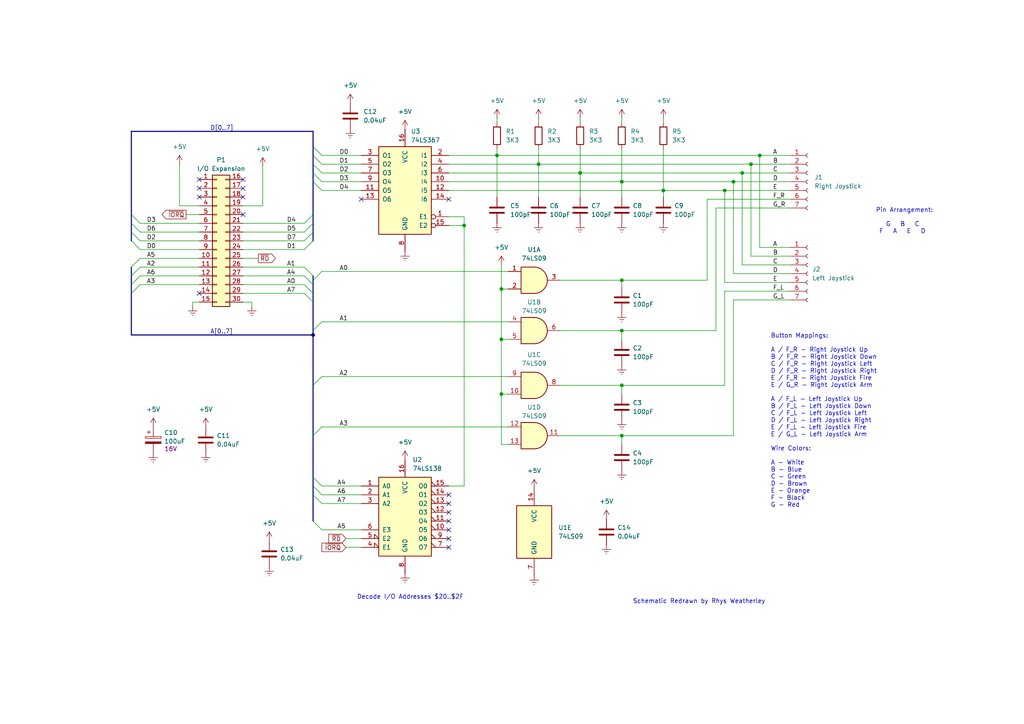
<source format=kicad_sch>
(kicad_sch (version 20230121) (generator eeschema)
  (paper "A4")
  (title_block (title "VZ200/VZ300 Joystick Interface") (date "2024-01-23") (rev "1"))
  (lib_symbols
    (symbol "74xx:74LS08" (pin_names (offset 1.016))
      (property "Reference" "U" (at 0 1.27 0))
      (property "Value" "74LS08" (at 0 -1.27 0))
      (symbol "74LS08_1_1"
        (arc (start 0 -3.81) (mid 3.7934 0) (end 0 3.81) (stroke (width 0.254)) (fill (type background)))
        (polyline (pts (xy 0 3.81) (xy -3.81 3.81) (xy -3.81 -3.81) (xy 0 -3.81)) (stroke (width 0.254)) (fill (type background)))
        (pin input line (at -7.62 2.54 0) (length 3.81) (name "~") (number "1"))
        (pin input line (at -7.62 -2.54 0) (length 3.81) (name "~") (number "2"))
        (pin output line (at 7.62 0 180) (length 3.81) (name "~") (number "3"))
      )
      (symbol "74LS08_1_2"
        (arc (start -3.81 -3.81) (mid -2.589 0) (end -3.81 3.81) (stroke (width 0.254)))
        (arc (start -0.6096 -3.81) (mid 2.1842 -2.5851) (end 3.81 0) (stroke (width 0.254)) (fill (type background)))
        (polyline (pts (xy -3.81 -3.81) (xy -0.635 -3.81)) (stroke (width 0.254)) (fill (type background)))
        (polyline (pts (xy -3.81 3.81) (xy -0.635 3.81)) (stroke (width 0.254)) (fill (type background)))
        (polyline (pts (xy -0.635 3.81) (xy -3.81 3.81) (xy -3.81 3.81) (xy -3.556 3.4036) (xy -3.0226 2.2606) (xy -2.6924 1.0414) (xy -2.6162 -0.254) (xy -2.7686 -1.4986) (xy -3.175 -2.7178) (xy -3.81 -3.81) (xy -3.81 -3.81) (xy -0.635 -3.81)) (stroke (width -25.4)) (fill (type background)))
        (arc (start 3.81 0) (mid 2.1915 2.5936) (end -0.6096 3.81) (stroke (width 0.254)) (fill (type background)))
        (pin input inverted (at -7.62 2.54 0) (length 4.318) (name "~") (number "1"))
        (pin input inverted (at -7.62 -2.54 0) (length 4.318) (name "~") (number "2"))
        (pin output inverted (at 7.62 0 180) (length 3.81) (name "~") (number "3"))
      )
      (symbol "74LS08_2_1"
        (arc (start 0 -3.81) (mid 3.7934 0) (end 0 3.81) (stroke (width 0.254)) (fill (type background)))
        (polyline (pts (xy 0 3.81) (xy -3.81 3.81) (xy -3.81 -3.81) (xy 0 -3.81)) (stroke (width 0.254)) (fill (type background)))
        (pin input line (at -7.62 2.54 0) (length 3.81) (name "~") (number "4"))
        (pin input line (at -7.62 -2.54 0) (length 3.81) (name "~") (number "5"))
        (pin output line (at 7.62 0 180) (length 3.81) (name "~") (number "6"))
      )
      (symbol "74LS08_2_2"
        (arc (start -3.81 -3.81) (mid -2.589 0) (end -3.81 3.81) (stroke (width 0.254)))
        (arc (start -0.6096 -3.81) (mid 2.1842 -2.5851) (end 3.81 0) (stroke (width 0.254)) (fill (type background)))
        (polyline (pts (xy -3.81 -3.81) (xy -0.635 -3.81)) (stroke (width 0.254)) (fill (type background)))
        (polyline (pts (xy -3.81 3.81) (xy -0.635 3.81)) (stroke (width 0.254)) (fill (type background)))
        (polyline (pts (xy -0.635 3.81) (xy -3.81 3.81) (xy -3.81 3.81) (xy -3.556 3.4036) (xy -3.0226 2.2606) (xy -2.6924 1.0414) (xy -2.6162 -0.254) (xy -2.7686 -1.4986) (xy -3.175 -2.7178) (xy -3.81 -3.81) (xy -3.81 -3.81) (xy -0.635 -3.81)) (stroke (width -25.4)) (fill (type background)))
        (arc (start 3.81 0) (mid 2.1915 2.5936) (end -0.6096 3.81) (stroke (width 0.254)) (fill (type background)))
        (pin input inverted (at -7.62 2.54 0) (length 4.318) (name "~") (number "4"))
        (pin input inverted (at -7.62 -2.54 0) (length 4.318) (name "~") (number "5"))
        (pin output inverted (at 7.62 0 180) (length 3.81) (name "~") (number "6"))
      )
      (symbol "74LS08_3_1"
        (arc (start 0 -3.81) (mid 3.7934 0) (end 0 3.81) (stroke (width 0.254)) (fill (type background)))
        (polyline (pts (xy 0 3.81) (xy -3.81 3.81) (xy -3.81 -3.81) (xy 0 -3.81)) (stroke (width 0.254)) (fill (type background)))
        (pin input line (at -7.62 -2.54 0) (length 3.81) (name "~") (number "10"))
        (pin output line (at 7.62 0 180) (length 3.81) (name "~") (number "8"))
        (pin input line (at -7.62 2.54 0) (length 3.81) (name "~") (number "9"))
      )
      (symbol "74LS08_3_2"
        (arc (start -3.81 -3.81) (mid -2.589 0) (end -3.81 3.81) (stroke (width 0.254)))
        (arc (start -0.6096 -3.81) (mid 2.1842 -2.5851) (end 3.81 0) (stroke (width 0.254)) (fill (type background)))
        (polyline (pts (xy -3.81 -3.81) (xy -0.635 -3.81)) (stroke (width 0.254)) (fill (type background)))
        (polyline (pts (xy -3.81 3.81) (xy -0.635 3.81)) (stroke (width 0.254)) (fill (type background)))
        (polyline (pts (xy -0.635 3.81) (xy -3.81 3.81) (xy -3.81 3.81) (xy -3.556 3.4036) (xy -3.0226 2.2606) (xy -2.6924 1.0414) (xy -2.6162 -0.254) (xy -2.7686 -1.4986) (xy -3.175 -2.7178) (xy -3.81 -3.81) (xy -3.81 -3.81) (xy -0.635 -3.81)) (stroke (width -25.4)) (fill (type background)))
        (arc (start 3.81 0) (mid 2.1915 2.5936) (end -0.6096 3.81) (stroke (width 0.254)) (fill (type background)))
        (pin input inverted (at -7.62 -2.54 0) (length 4.318) (name "~") (number "10"))
        (pin output inverted (at 7.62 0 180) (length 3.81) (name "~") (number "8"))
        (pin input inverted (at -7.62 2.54 0) (length 4.318) (name "~") (number "9"))
      )
      (symbol "74LS08_4_1"
        (arc (start 0 -3.81) (mid 3.7934 0) (end 0 3.81) (stroke (width 0.254)) (fill (type background)))
        (polyline (pts (xy 0 3.81) (xy -3.81 3.81) (xy -3.81 -3.81) (xy 0 -3.81)) (stroke (width 0.254)) (fill (type background)))
        (pin output line (at 7.62 0 180) (length 3.81) (name "~") (number "11"))
        (pin input line (at -7.62 2.54 0) (length 3.81) (name "~") (number "12"))
        (pin input line (at -7.62 -2.54 0) (length 3.81) (name "~") (number "13"))
      )
      (symbol "74LS08_4_2"
        (arc (start -3.81 -3.81) (mid -2.589 0) (end -3.81 3.81) (stroke (width 0.254)))
        (arc (start -0.6096 -3.81) (mid 2.1842 -2.5851) (end 3.81 0) (stroke (width 0.254)) (fill (type background)))
        (polyline (pts (xy -3.81 -3.81) (xy -0.635 -3.81)) (stroke (width 0.254)) (fill (type background)))
        (polyline (pts (xy -3.81 3.81) (xy -0.635 3.81)) (stroke (width 0.254)) (fill (type background)))
        (polyline (pts (xy -0.635 3.81) (xy -3.81 3.81) (xy -3.81 3.81) (xy -3.556 3.4036) (xy -3.0226 2.2606) (xy -2.6924 1.0414) (xy -2.6162 -0.254) (xy -2.7686 -1.4986) (xy -3.175 -2.7178) (xy -3.81 -3.81) (xy -3.81 -3.81) (xy -0.635 -3.81)) (stroke (width -25.4)) (fill (type background)))
        (arc (start 3.81 0) (mid 2.1915 2.5936) (end -0.6096 3.81) (stroke (width 0.254)) (fill (type background)))
        (pin output inverted (at 7.62 0 180) (length 3.81) (name "~") (number "11"))
        (pin input inverted (at -7.62 2.54 0) (length 4.318) (name "~") (number "12"))
        (pin input inverted (at -7.62 -2.54 0) (length 4.318) (name "~") (number "13"))
      )
      (symbol "74LS08_5_0"
        (pin power_in line (at 0 12.7 270) (length 5.08) (name "VCC") (number "14"))
        (pin power_in line (at 0 -12.7 90) (length 5.08) (name "GND") (number "7"))
      )
      (symbol "74LS08_5_1"
        (rectangle (start -5.08 7.62) (end 5.08 -7.62) (stroke (width 0.254)) (fill (type background)))
      )
    )
    (symbol "74xx:74LS138" (pin_names (offset 1.016))
      (property "Reference" "U" (at -7.62 11.43 0))
      (property "Value" "74LS138" (at -7.62 -13.97 0))
      (symbol "74LS138_1_0"
        (pin input line (at -12.7 7.62 0) (length 5.08) (name "A0") (number "1"))
        (pin output output_low (at 12.7 -5.08 180) (length 5.08) (name "O5") (number "10"))
        (pin output output_low (at 12.7 -2.54 180) (length 5.08) (name "O4") (number "11"))
        (pin output output_low (at 12.7 0 180) (length 5.08) (name "O3") (number "12"))
        (pin output output_low (at 12.7 2.54 180) (length 5.08) (name "O2") (number "13"))
        (pin output output_low (at 12.7 5.08 180) (length 5.08) (name "O1") (number "14"))
        (pin output output_low (at 12.7 7.62 180) (length 5.08) (name "O0") (number "15"))
        (pin power_in line (at 0 15.24 270) (length 5.08) (name "VCC") (number "16"))
        (pin input line (at -12.7 5.08 0) (length 5.08) (name "A1") (number "2"))
        (pin input line (at -12.7 2.54 0) (length 5.08) (name "A2") (number "3"))
        (pin input input_low (at -12.7 -10.16 0) (length 5.08) (name "E1") (number "4"))
        (pin input input_low (at -12.7 -7.62 0) (length 5.08) (name "E2") (number "5"))
        (pin input line (at -12.7 -5.08 0) (length 5.08) (name "E3") (number "6"))
        (pin output output_low (at 12.7 -10.16 180) (length 5.08) (name "O7") (number "7"))
        (pin power_in line (at 0 -17.78 90) (length 5.08) (name "GND") (number "8"))
        (pin output output_low (at 12.7 -7.62 180) (length 5.08) (name "O6") (number "9"))
      )
      (symbol "74LS138_1_1"
        (rectangle (start -7.62 10.16) (end 7.62 -12.7) (stroke (width 0.254)) (fill (type background)))
      )
    )
    (symbol "74xx:74LS365" (pin_names (offset 1.016))
      (property "Reference" "U" (at -7.62 13.97 0))
      (property "Value" "74LS365" (at -7.62 -13.97 0))
      (symbol "74LS365_1_0"
        (pin input inverted (at -12.7 -7.62 0) (length 5.08) (name "E1") (number "1"))
        (pin input line (at -12.7 2.54 0) (length 5.08) (name "I4") (number "10"))
        (pin tri_state line (at 12.7 0 180) (length 5.08) (name "O5") (number "11"))
        (pin input line (at -12.7 0 0) (length 5.08) (name "I5") (number "12"))
        (pin tri_state line (at 12.7 -2.54 180) (length 5.08) (name "O6") (number "13"))
        (pin input line (at -12.7 -2.54 0) (length 5.08) (name "I6") (number "14"))
        (pin input inverted (at -12.7 -10.16 0) (length 5.08) (name "E2") (number "15"))
        (pin power_in line (at 0 17.78 270) (length 5.08) (name "VCC") (number "16"))
        (pin input line (at -12.7 10.16 0) (length 5.08) (name "I1") (number "2"))
        (pin tri_state line (at 12.7 10.16 180) (length 5.08) (name "O1") (number "3"))
        (pin input line (at -12.7 7.62 0) (length 5.08) (name "I2") (number "4"))
        (pin tri_state line (at 12.7 7.62 180) (length 5.08) (name "O2") (number "5"))
        (pin input line (at -12.7 5.08 0) (length 5.08) (name "I3") (number "6"))
        (pin tri_state line (at 12.7 5.08 180) (length 5.08) (name "O3") (number "7"))
        (pin power_in line (at 0 -17.78 90) (length 5.08) (name "GND") (number "8"))
        (pin tri_state line (at 12.7 2.54 180) (length 5.08) (name "O4") (number "9"))
      )
      (symbol "74LS365_1_1"
        (rectangle (start -7.62 12.7) (end 7.62 -12.7) (stroke (width 0.254)) (fill (type background)))
      )
    )
    (symbol "Connector:Conn_01x07_Socket" (pin_names (offset 1.016) hide)
      (property "Reference" "J" (at 0 10.16 0))
      (property "Value" "Conn_01x07_Socket" (at 0 -10.16 0))
      (symbol "Conn_01x07_Socket_1_1"
        (arc (start 0 -7.112) (mid -0.5058 -7.62) (end 0 -8.128) (stroke (width 0.1524)))
        (arc (start 0 -4.572) (mid -0.5058 -5.08) (end 0 -5.588) (stroke (width 0.1524)))
        (arc (start 0 -2.032) (mid -0.5058 -2.54) (end 0 -3.048) (stroke (width 0.1524)))
        (polyline (pts (xy -1.27 -7.62) (xy -0.508 -7.62)) (stroke (width 0.1524)))
        (polyline (pts (xy -1.27 -5.08) (xy -0.508 -5.08)) (stroke (width 0.1524)))
        (polyline (pts (xy -1.27 -2.54) (xy -0.508 -2.54)) (stroke (width 0.1524)))
        (polyline (pts (xy -1.27 0) (xy -0.508 0)) (stroke (width 0.1524)))
        (polyline (pts (xy -1.27 2.54) (xy -0.508 2.54)) (stroke (width 0.1524)))
        (polyline (pts (xy -1.27 5.08) (xy -0.508 5.08)) (stroke (width 0.1524)))
        (polyline (pts (xy -1.27 7.62) (xy -0.508 7.62)) (stroke (width 0.1524)))
        (arc (start 0 0.508) (mid -0.5058 0) (end 0 -0.508) (stroke (width 0.1524)))
        (arc (start 0 3.048) (mid -0.5058 2.54) (end 0 2.032) (stroke (width 0.1524)))
        (arc (start 0 5.588) (mid -0.5058 5.08) (end 0 4.572) (stroke (width 0.1524)))
        (arc (start 0 8.128) (mid -0.5058 7.62) (end 0 7.112) (stroke (width 0.1524)))
        (pin passive line (at -5.08 7.62 0) (length 3.81) (name "Pin_1") (number "1"))
        (pin passive line (at -5.08 5.08 0) (length 3.81) (name "Pin_2") (number "2"))
        (pin passive line (at -5.08 2.54 0) (length 3.81) (name "Pin_3") (number "3"))
        (pin passive line (at -5.08 0 0) (length 3.81) (name "Pin_4") (number "4"))
        (pin passive line (at -5.08 -2.54 0) (length 3.81) (name "Pin_5") (number "5"))
        (pin passive line (at -5.08 -5.08 0) (length 3.81) (name "Pin_6") (number "6"))
        (pin passive line (at -5.08 -7.62 0) (length 3.81) (name "Pin_7") (number "7"))
      )
    )
    (symbol "Connector_Generic:Conn_02x15_Top_Bottom" (pin_names (offset 1.016) hide)
      (property "Reference" "J" (at 1.27 20.32 0))
      (property "Value" "Conn_02x15_Top_Bottom" (at 1.27 -20.32 0))
      (symbol "Conn_02x15_Top_Bottom_1_1"
        (rectangle (start -1.27 -17.653) (end 0 -17.907) (stroke (width 0.1524)))
        (rectangle (start -1.27 -15.113) (end 0 -15.367) (stroke (width 0.1524)))
        (rectangle (start -1.27 -12.573) (end 0 -12.827) (stroke (width 0.1524)))
        (rectangle (start -1.27 -10.033) (end 0 -10.287) (stroke (width 0.1524)))
        (rectangle (start -1.27 -7.493) (end 0 -7.747) (stroke (width 0.1524)))
        (rectangle (start -1.27 -4.953) (end 0 -5.207) (stroke (width 0.1524)))
        (rectangle (start -1.27 -2.413) (end 0 -2.667) (stroke (width 0.1524)))
        (rectangle (start -1.27 0.127) (end 0 -0.127) (stroke (width 0.1524)))
        (rectangle (start -1.27 2.667) (end 0 2.413) (stroke (width 0.1524)))
        (rectangle (start -1.27 5.207) (end 0 4.953) (stroke (width 0.1524)))
        (rectangle (start -1.27 7.747) (end 0 7.493) (stroke (width 0.1524)))
        (rectangle (start -1.27 10.287) (end 0 10.033) (stroke (width 0.1524)))
        (rectangle (start -1.27 12.827) (end 0 12.573) (stroke (width 0.1524)))
        (rectangle (start -1.27 15.367) (end 0 15.113) (stroke (width 0.1524)))
        (rectangle (start -1.27 17.907) (end 0 17.653) (stroke (width 0.1524)))
        (rectangle (start -1.27 19.05) (end 3.81 -19.05) (stroke (width 0.254)) (fill (type background)))
        (rectangle (start 3.81 -17.653) (end 2.54 -17.907) (stroke (width 0.1524)))
        (rectangle (start 3.81 -15.113) (end 2.54 -15.367) (stroke (width 0.1524)))
        (rectangle (start 3.81 -12.573) (end 2.54 -12.827) (stroke (width 0.1524)))
        (rectangle (start 3.81 -10.033) (end 2.54 -10.287) (stroke (width 0.1524)))
        (rectangle (start 3.81 -7.493) (end 2.54 -7.747) (stroke (width 0.1524)))
        (rectangle (start 3.81 -4.953) (end 2.54 -5.207) (stroke (width 0.1524)))
        (rectangle (start 3.81 -2.413) (end 2.54 -2.667) (stroke (width 0.1524)))
        (rectangle (start 3.81 0.127) (end 2.54 -0.127) (stroke (width 0.1524)))
        (rectangle (start 3.81 2.667) (end 2.54 2.413) (stroke (width 0.1524)))
        (rectangle (start 3.81 5.207) (end 2.54 4.953) (stroke (width 0.1524)))
        (rectangle (start 3.81 7.747) (end 2.54 7.493) (stroke (width 0.1524)))
        (rectangle (start 3.81 10.287) (end 2.54 10.033) (stroke (width 0.1524)))
        (rectangle (start 3.81 12.827) (end 2.54 12.573) (stroke (width 0.1524)))
        (rectangle (start 3.81 15.367) (end 2.54 15.113) (stroke (width 0.1524)))
        (rectangle (start 3.81 17.907) (end 2.54 17.653) (stroke (width 0.1524)))
        (pin passive line (at -5.08 17.78 0) (length 3.81) (name "Pin_1") (number "1"))
        (pin passive line (at -5.08 -5.08 0) (length 3.81) (name "Pin_10") (number "10"))
        (pin passive line (at -5.08 -7.62 0) (length 3.81) (name "Pin_11") (number "11"))
        (pin passive line (at -5.08 -10.16 0) (length 3.81) (name "Pin_12") (number "12"))
        (pin passive line (at -5.08 -12.7 0) (length 3.81) (name "Pin_13") (number "13"))
        (pin passive line (at -5.08 -15.24 0) (length 3.81) (name "Pin_14") (number "14"))
        (pin passive line (at -5.08 -17.78 0) (length 3.81) (name "Pin_15") (number "15"))
        (pin passive line (at 7.62 17.78 180) (length 3.81) (name "Pin_16") (number "16"))
        (pin passive line (at 7.62 15.24 180) (length 3.81) (name "Pin_17") (number "17"))
        (pin passive line (at 7.62 12.7 180) (length 3.81) (name "Pin_18") (number "18"))
        (pin passive line (at 7.62 10.16 180) (length 3.81) (name "Pin_19") (number "19"))
        (pin passive line (at -5.08 15.24 0) (length 3.81) (name "Pin_2") (number "2"))
        (pin passive line (at 7.62 7.62 180) (length 3.81) (name "Pin_20") (number "20"))
        (pin passive line (at 7.62 5.08 180) (length 3.81) (name "Pin_21") (number "21"))
        (pin passive line (at 7.62 2.54 180) (length 3.81) (name "Pin_22") (number "22"))
        (pin passive line (at 7.62 0 180) (length 3.81) (name "Pin_23") (number "23"))
        (pin passive line (at 7.62 -2.54 180) (length 3.81) (name "Pin_24") (number "24"))
        (pin passive line (at 7.62 -5.08 180) (length 3.81) (name "Pin_25") (number "25"))
        (pin passive line (at 7.62 -7.62 180) (length 3.81) (name "Pin_26") (number "26"))
        (pin passive line (at 7.62 -10.16 180) (length 3.81) (name "Pin_27") (number "27"))
        (pin passive line (at 7.62 -12.7 180) (length 3.81) (name "Pin_28") (number "28"))
        (pin passive line (at 7.62 -15.24 180) (length 3.81) (name "Pin_29") (number "29"))
        (pin passive line (at -5.08 12.7 0) (length 3.81) (name "Pin_3") (number "3"))
        (pin passive line (at 7.62 -17.78 180) (length 3.81) (name "Pin_30") (number "30"))
        (pin passive line (at -5.08 10.16 0) (length 3.81) (name "Pin_4") (number "4"))
        (pin passive line (at -5.08 7.62 0) (length 3.81) (name "Pin_5") (number "5"))
        (pin passive line (at -5.08 5.08 0) (length 3.81) (name "Pin_6") (number "6"))
        (pin passive line (at -5.08 2.54 0) (length 3.81) (name "Pin_7") (number "7"))
        (pin passive line (at -5.08 0 0) (length 3.81) (name "Pin_8") (number "8"))
        (pin passive line (at -5.08 -2.54 0) (length 3.81) (name "Pin_9") (number "9"))
      )
    )
    (symbol "Device:C" (pin_numbers hide) (pin_names (offset 0.254))
      (property "Reference" "C" (at 0.635 2.54 0))
      (property "Value" "C" (at 0.635 -2.54 0))
      (symbol "C_0_1"
        (polyline (pts (xy -2.032 -0.762) (xy 2.032 -0.762)) (stroke (width 0.508)))
        (polyline (pts (xy -2.032 0.762) (xy 2.032 0.762)) (stroke (width 0.508)))
      )
      (symbol "C_1_1"
        (pin passive line (at 0 3.81 270) (length 2.794) (name "~") (number "1"))
        (pin passive line (at 0 -3.81 90) (length 2.794) (name "~") (number "2"))
      )
    )
    (symbol "Device:C_Polarized" (pin_numbers hide) (pin_names (offset 0.254))
      (property "Reference" "C" (at 0.635 2.54 0))
      (property "Value" "C_Polarized" (at 0.635 -2.54 0))
      (symbol "C_Polarized_0_1"
        (rectangle (start -2.286 0.508) (end 2.286 1.016))
        (polyline (pts (xy -1.778 2.286) (xy -0.762 2.286)))
        (polyline (pts (xy -1.27 2.794) (xy -1.27 1.778)))
        (rectangle (start 2.286 -0.508) (end -2.286 -1.016) (fill (type outline)))
      )
      (symbol "C_Polarized_1_1"
        (pin passive line (at 0 3.81 270) (length 2.794) (name "~") (number "1"))
        (pin passive line (at 0 -3.81 90) (length 2.794) (name "~") (number "2"))
      )
    )
    (symbol "Device:R" (pin_numbers hide) (pin_names (offset 0))
      (property "Reference" "R" (at 2.032 0 90))
      (property "Value" "R" (at 0 0 90))
      (symbol "R_0_1"
        (rectangle (start -1.016 -2.54) (end 1.016 2.54) (stroke (width 0.254)))
      )
      (symbol "R_1_1"
        (pin passive line (at 0 3.81 270) (length 1.27) (name "~") (number "1"))
        (pin passive line (at 0 -3.81 90) (length 1.27) (name "~") (number "2"))
      )
    )
    (symbol "power:+5V" (power) (pin_names (offset 0))
      (property "Value" "+5V" (at 0 3.556 0))
      (symbol "+5V_0_1"
        (polyline (pts (xy -0.762 1.27) (xy 0 2.54)))
        (polyline (pts (xy 0 0) (xy 0 2.54)))
        (polyline (pts (xy 0 2.54) (xy 0.762 1.27)))
      )
      (symbol "+5V_1_1"
        (pin power_in line (at 0 0 90) (length 0) hide (name "+5V") (number "1"))
      )
    )
    (symbol "power:Earth" (power) (pin_names (offset 0))
      (symbol "Earth_0_1"
        (polyline (pts (xy -0.635 -1.905) (xy 0.635 -1.905)))
        (polyline (pts (xy -0.127 -2.54) (xy 0.127 -2.54)))
        (polyline (pts (xy 0 -1.27) (xy 0 0)))
        (polyline (pts (xy 1.27 -1.27) (xy -1.27 -1.27)))
      )
      (symbol "Earth_1_1"
        (pin power_in line (at 0 0 270) (length 0) hide (name "Earth") (number "1"))
      )
    )
  )
  (junction (at 217.805 47.625))
  (junction (at 180.34 81.28))
  (junction (at 145.415 83.82))
  (junction (at 180.34 111.76))
  (junction (at 212.725 52.705))
  (junction (at 90.805 97.155))
  (junction (at 144.145 45.085))
  (junction (at 168.275 50.165))
  (junction (at 145.415 114.3))
  (junction (at 210.185 55.245))
  (junction (at 220.345 45.085))
  (junction (at 215.265 50.165))
  (junction (at 145.415 98.425))
  (junction (at 192.405 55.245))
  (junction (at 180.34 95.885))
  (junction (at 180.34 52.705))
  (junction (at 180.34 126.365))
  (junction (at 156.21 47.625))
  (junction (at 134.62 65.405))
  (no_connect (at 130.175 156.21))
  (no_connect (at 130.175 158.75))
  (no_connect (at 70.485 52.07))
  (no_connect (at 130.175 153.67))
  (no_connect (at 70.485 62.23))
  (no_connect (at 57.785 52.07))
  (no_connect (at 130.175 57.785))
  (no_connect (at 130.175 143.51))
  (no_connect (at 130.175 148.59))
  (no_connect (at 57.785 85.09))
  (no_connect (at 57.785 54.61))
  (no_connect (at 70.485 54.61))
  (no_connect (at 130.175 151.13))
  (no_connect (at 130.175 146.05))
  (no_connect (at 57.785 57.15))
  (no_connect (at 104.775 57.785))
  (no_connect (at 70.485 57.15))
  (bus_entry (at 90.805 67.31) (size -2.54 2.54))
  (bus_entry (at 90.805 50.165) (size 2.54 2.54))
  (bus_entry (at 38.1 77.47) (size 2.54 -2.54))
  (bus_entry (at 90.805 80.01) (size -2.54 -2.54))
  (bus_entry (at 90.805 143.51) (size 2.54 2.54))
  (bus_entry (at 90.805 138.43) (size 2.54 2.54))
  (bus_entry (at 90.805 81.28) (size 2.54 -2.54))
  (bus_entry (at 90.805 85.09) (size -2.54 -2.54))
  (bus_entry (at 93.345 109.22) (size -2.54 2.54))
  (bus_entry (at 90.805 69.85) (size -2.54 2.54))
  (bus_entry (at 38.1 69.85) (size 2.54 2.54))
  (bus_entry (at 90.805 126.365) (size 2.54 -2.54))
  (bus_entry (at 90.805 64.77) (size -2.54 2.54))
  (bus_entry (at 90.805 47.625) (size 2.54 2.54))
  (bus_entry (at 90.805 42.545) (size 2.54 2.54))
  (bus_entry (at 90.805 95.885) (size 2.54 -2.54))
  (bus_entry (at 90.805 45.085) (size 2.54 2.54))
  (bus_entry (at 38.1 80.01) (size 2.54 -2.54))
  (bus_entry (at 90.805 140.97) (size 2.54 2.54))
  (bus_entry (at 90.805 62.23) (size -2.54 2.54))
  (bus_entry (at 38.1 67.31) (size 2.54 2.54))
  (bus_entry (at 38.1 64.77) (size 2.54 2.54))
  (bus_entry (at 38.1 85.09) (size 2.54 -2.54))
  (bus_entry (at 38.1 82.55) (size 2.54 -2.54))
  (bus_entry (at 90.805 52.705) (size 2.54 2.54))
  (bus_entry (at 90.805 82.55) (size -2.54 -2.54))
  (bus_entry (at 90.805 151.13) (size 2.54 2.54))
  (bus_entry (at 90.805 87.63) (size -2.54 -2.54))
  (bus_entry (at 38.1 62.23) (size 2.54 2.54))
  (wire (pts (xy 180.34 81.28) (xy 205.105 81.28)))
  (wire (pts (xy 220.345 45.085) (xy 229.235 45.085)))
  (wire (pts (xy 145.415 114.3) (xy 147.32 114.3)))
  (wire (pts (xy 162.56 126.365) (xy 180.34 126.365)))
  (wire (pts (xy 180.34 52.705) (xy 212.725 52.705)))
  (bus (pts (xy 38.1 38.1) (xy 90.805 38.1)))
  (wire (pts (xy 70.485 87.63) (xy 73.025 87.63)))
  (wire (pts (xy 180.34 43.18) (xy 180.34 52.705)))
  (wire (pts (xy 40.64 82.55) (xy 57.785 82.55)))
  (wire (pts (xy 168.275 50.165) (xy 168.275 57.15)))
  (wire (pts (xy 93.345 143.51) (xy 104.775 143.51)))
  (wire (pts (xy 212.725 79.375) (xy 212.725 52.705)))
  (wire (pts (xy 215.265 50.165) (xy 229.235 50.165)))
  (wire (pts (xy 134.62 65.405) (xy 134.62 140.97)))
  (wire (pts (xy 57.785 87.63) (xy 55.88 87.63)))
  (wire (pts (xy 180.34 111.76) (xy 180.34 114.3)))
  (bus (pts (xy 90.805 81.28) (xy 90.805 80.01)))
  (wire (pts (xy 168.275 34.29) (xy 168.275 35.56)))
  (bus (pts (xy 90.805 38.1) (xy 90.805 42.545)))
  (wire (pts (xy 156.21 34.29) (xy 156.21 35.56)))
  (bus (pts (xy 90.805 52.705) (xy 90.805 62.23)))
  (wire (pts (xy 210.185 111.76) (xy 210.185 84.455)))
  (wire (pts (xy 144.145 45.085) (xy 220.345 45.085)))
  (wire (pts (xy 52.07 59.69) (xy 52.07 47.625)))
  (bus (pts (xy 90.805 50.165) (xy 90.805 52.705)))
  (wire (pts (xy 145.415 98.425) (xy 145.415 83.82)))
  (bus (pts (xy 90.805 111.76) (xy 90.805 126.365)))
  (wire (pts (xy 145.415 83.82) (xy 147.32 83.82)))
  (wire (pts (xy 210.185 84.455) (xy 229.235 84.455)))
  (bus (pts (xy 38.1 82.55) (xy 38.1 85.09)))
  (wire (pts (xy 207.645 95.885) (xy 207.645 60.325)))
  (bus (pts (xy 90.805 140.97) (xy 90.805 143.51)))
  (bus (pts (xy 90.805 42.545) (xy 90.805 45.085)))
  (wire (pts (xy 130.175 52.705) (xy 180.34 52.705)))
  (wire (pts (xy 180.34 83.185) (xy 180.34 81.28)))
  (wire (pts (xy 40.64 64.77) (xy 57.785 64.77)))
  (wire (pts (xy 53.975 62.23) (xy 57.785 62.23)))
  (wire (pts (xy 93.345 153.67) (xy 104.775 153.67)))
  (wire (pts (xy 144.145 35.56) (xy 144.145 34.29)))
  (wire (pts (xy 40.64 67.31) (xy 57.785 67.31)))
  (wire (pts (xy 70.485 85.09) (xy 88.265 85.09)))
  (bus (pts (xy 90.805 97.155) (xy 90.805 111.76)))
  (wire (pts (xy 70.485 74.93) (xy 74.93 74.93)))
  (bus (pts (xy 90.805 143.51) (xy 90.805 151.13)))
  (wire (pts (xy 212.725 86.995) (xy 229.235 86.995)))
  (wire (pts (xy 144.145 43.18) (xy 144.145 45.085)))
  (wire (pts (xy 180.34 95.885) (xy 180.34 98.425)))
  (wire (pts (xy 220.345 71.755) (xy 220.345 45.085)))
  (wire (pts (xy 229.235 71.755) (xy 220.345 71.755)))
  (bus (pts (xy 90.805 67.31) (xy 90.805 69.85)))
  (wire (pts (xy 40.64 74.93) (xy 57.785 74.93)))
  (wire (pts (xy 93.345 93.345) (xy 147.32 93.345)))
  (wire (pts (xy 192.405 55.245) (xy 192.405 57.15)))
  (wire (pts (xy 70.485 67.31) (xy 88.265 67.31)))
  (wire (pts (xy 205.105 57.785) (xy 229.235 57.785)))
  (wire (pts (xy 70.485 80.01) (xy 88.265 80.01)))
  (wire (pts (xy 93.345 123.825) (xy 147.32 123.825)))
  (wire (pts (xy 156.21 43.18) (xy 156.21 47.625)))
  (wire (pts (xy 145.415 128.905) (xy 145.415 114.3)))
  (wire (pts (xy 40.64 77.47) (xy 57.785 77.47)))
  (wire (pts (xy 168.275 43.18) (xy 168.275 50.165)))
  (wire (pts (xy 130.175 47.625) (xy 156.21 47.625)))
  (wire (pts (xy 134.62 62.865) (xy 130.175 62.865)))
  (wire (pts (xy 100.33 158.75) (xy 104.775 158.75)))
  (wire (pts (xy 215.265 76.835) (xy 215.265 50.165)))
  (wire (pts (xy 180.34 126.365) (xy 180.34 128.905)))
  (wire (pts (xy 207.645 60.325) (xy 229.235 60.325)))
  (wire (pts (xy 40.64 80.01) (xy 57.785 80.01)))
  (wire (pts (xy 229.235 74.295) (xy 217.805 74.295)))
  (wire (pts (xy 205.105 81.28) (xy 205.105 57.785)))
  (wire (pts (xy 134.62 65.405) (xy 134.62 62.865)))
  (wire (pts (xy 93.345 50.165) (xy 104.775 50.165)))
  (bus (pts (xy 90.805 82.55) (xy 90.805 81.28)))
  (wire (pts (xy 212.725 126.365) (xy 212.725 86.995)))
  (bus (pts (xy 38.1 77.47) (xy 38.1 80.01)))
  (wire (pts (xy 212.725 52.705) (xy 229.235 52.705)))
  (wire (pts (xy 70.485 77.47) (xy 88.265 77.47)))
  (wire (pts (xy 73.025 87.63) (xy 73.025 88.9)))
  (wire (pts (xy 217.805 47.625) (xy 229.235 47.625)))
  (bus (pts (xy 90.805 138.43) (xy 90.805 140.97)))
  (wire (pts (xy 192.405 55.245) (xy 210.185 55.245)))
  (wire (pts (xy 168.275 50.165) (xy 215.265 50.165)))
  (bus (pts (xy 38.1 69.85) (xy 38.1 67.31)))
  (wire (pts (xy 93.345 45.085) (xy 104.775 45.085)))
  (wire (pts (xy 130.175 140.97) (xy 134.62 140.97)))
  (wire (pts (xy 180.34 52.705) (xy 180.34 57.15)))
  (wire (pts (xy 76.2 59.69) (xy 76.2 48.26)))
  (bus (pts (xy 90.805 45.085) (xy 90.805 47.625)))
  (wire (pts (xy 57.785 59.69) (xy 52.07 59.69)))
  (wire (pts (xy 93.345 47.625) (xy 104.775 47.625)))
  (bus (pts (xy 90.805 47.625) (xy 90.805 50.165)))
  (bus (pts (xy 38.1 67.31) (xy 38.1 64.77)))
  (bus (pts (xy 90.805 126.365) (xy 90.805 138.43)))
  (wire (pts (xy 145.415 83.82) (xy 145.415 76.835)))
  (wire (pts (xy 130.175 45.085) (xy 144.145 45.085)))
  (bus (pts (xy 38.1 64.77) (xy 38.1 62.23)))
  (bus (pts (xy 38.1 80.01) (xy 38.1 82.55)))
  (wire (pts (xy 180.34 126.365) (xy 212.725 126.365)))
  (wire (pts (xy 229.235 79.375) (xy 212.725 79.375)))
  (wire (pts (xy 156.21 47.625) (xy 217.805 47.625)))
  (bus (pts (xy 38.1 62.23) (xy 38.1 38.1)))
  (wire (pts (xy 130.175 55.245) (xy 192.405 55.245)))
  (wire (pts (xy 144.145 45.085) (xy 144.145 57.15)))
  (wire (pts (xy 229.235 81.915) (xy 210.185 81.915)))
  (wire (pts (xy 147.32 128.905) (xy 145.415 128.905)))
  (wire (pts (xy 70.485 69.85) (xy 88.265 69.85)))
  (bus (pts (xy 90.805 62.23) (xy 90.805 64.77)))
  (wire (pts (xy 93.345 146.05) (xy 104.775 146.05)))
  (wire (pts (xy 93.345 78.74) (xy 147.32 78.74)))
  (bus (pts (xy 90.805 95.885) (xy 90.805 87.63)))
  (wire (pts (xy 93.345 109.22) (xy 147.32 109.22)))
  (wire (pts (xy 162.56 95.885) (xy 180.34 95.885)))
  (bus (pts (xy 90.805 97.155) (xy 90.805 95.885)))
  (wire (pts (xy 70.485 82.55) (xy 88.265 82.55)))
  (wire (pts (xy 217.805 74.295) (xy 217.805 47.625)))
  (wire (pts (xy 70.485 59.69) (xy 76.2 59.69)))
  (bus (pts (xy 38.1 97.155) (xy 90.805 97.155)))
  (wire (pts (xy 130.175 50.165) (xy 168.275 50.165)))
  (wire (pts (xy 70.485 64.77) (xy 88.265 64.77)))
  (wire (pts (xy 180.34 34.29) (xy 180.34 35.56)))
  (wire (pts (xy 40.64 72.39) (xy 57.785 72.39)))
  (wire (pts (xy 192.405 43.18) (xy 192.405 55.245)))
  (wire (pts (xy 180.34 95.885) (xy 207.645 95.885)))
  (wire (pts (xy 162.56 111.76) (xy 180.34 111.76)))
  (wire (pts (xy 145.415 114.3) (xy 145.415 98.425)))
  (wire (pts (xy 210.185 81.915) (xy 210.185 55.245)))
  (wire (pts (xy 40.64 69.85) (xy 57.785 69.85)))
  (wire (pts (xy 162.56 81.28) (xy 180.34 81.28)))
  (wire (pts (xy 130.175 65.405) (xy 134.62 65.405)))
  (wire (pts (xy 93.345 52.705) (xy 104.775 52.705)))
  (wire (pts (xy 180.34 111.76) (xy 210.185 111.76)))
  (wire (pts (xy 55.88 87.63) (xy 55.88 88.9)))
  (wire (pts (xy 156.21 47.625) (xy 156.21 57.15)))
  (bus (pts (xy 90.805 85.09) (xy 90.805 82.55)))
  (wire (pts (xy 192.405 34.29) (xy 192.405 35.56)))
  (wire (pts (xy 100.33 156.21) (xy 104.775 156.21)))
  (wire (pts (xy 93.345 140.97) (xy 104.775 140.97)))
  (wire (pts (xy 210.185 55.245) (xy 229.235 55.245)))
  (wire (pts (xy 145.415 98.425) (xy 147.32 98.425)))
  (wire (pts (xy 229.235 76.835) (xy 215.265 76.835)))
  (bus (pts (xy 90.805 87.63) (xy 90.805 85.09)))
  (wire (pts (xy 70.485 72.39) (xy 88.265 72.39)))
  (bus (pts (xy 38.1 85.09) (xy 38.1 97.155)))
  (wire (pts (xy 93.345 55.245) (xy 104.775 55.245)))
  (bus (pts (xy 90.805 64.77) (xy 90.805 67.31)))
  (text "Decode I/O Addresses $20..$2F" (at 103.505 173.99 0) (effects (font (size 1.27 1.27)) (justify left bottom)))
  (text "Button Mappings:\n\nA / F_R - Right Joystick Up\nB / F_R - Right Joystick Down\nC / F_R - Right Joystick Left\nD / F_R - Right Joystick Right\nE / F_R - Right Joystick Fire\nE / G_R - Right Joystick Arm\n\nA / F_L - Left Joystick Up\nB / F_L - Left Joystick Down\nC / F_L - Left Joystick Left\nD / F_L - Left Joystick Right\nE / F_L - Left Joystick Fire\nE / G_L - Left Joystick Arm\n\nWire Colors:\n\nA - White\nB - Blue\nC - Green\nD - Brown\nE - Orange\nF - Black\nG - Red" (at 223.52 147.32 0) (effects (font (size 1.27 1.27)) (justify left bottom)))
  (text "Pin Arrangement:\n\n   G   B   C\n F   A   E   D" (at 254 67.945 0) (effects (font (size 1.27 1.27)) (justify left bottom)))
  (text "Schematic Redrawn by Rhys Weatherley" (at 183.515 175.26 0) (effects (font (size 1.27 1.27)) (justify left bottom)))
  (label "A5" (at 97.79 153.67 0))
  (label "D0" (at 98.425 45.085 0))
  (label "C" (at 224.155 50.165 0))
  (label "A7" (at 83.185 85.09 0))
  (label "B" (at 224.155 47.625 0))
  (label "D2" (at 98.425 50.165 0))
  (label "A3" (at 42.545 82.55 0))
  (label "D" (at 224.155 52.705 0))
  (label "A" (at 224.155 45.085 0))
  (label "D3" (at 42.545 64.77 0))
  (label "B" (at 224.155 74.295 0))
  (label "D5" (at 83.185 67.31 0))
  (label "A[0..7]" (at 60.96 97.155 0))
  (label "F_R" (at 224.155 57.785 0))
  (label "A4" (at 83.185 80.01 0))
  (label "A4" (at 97.79 140.97 0))
  (label "A3" (at 98.425 123.825 0))
  (label "A7" (at 97.79 146.05 0))
  (label "A6" (at 42.545 80.01 0))
  (label "A2" (at 42.545 77.47 0))
  (label "F_L" (at 224.155 84.455 0))
  (label "E" (at 224.155 55.245 0))
  (label "D4" (at 83.185 64.77 0))
  (label "D4" (at 98.425 55.245 0))
  (label "D0" (at 42.545 72.39 0))
  (label "G_L" (at 224.155 86.995 0))
  (label "D2" (at 42.545 69.85 0))
  (label "D[0..7]" (at 60.96 38.1 0))
  (label "D1" (at 83.185 72.39 0))
  (label "D" (at 224.155 79.375 0))
  (label "A5" (at 42.545 74.93 0))
  (label "D1" (at 98.425 47.625 0))
  (label "C" (at 224.155 76.835 0))
  (label "A2" (at 98.425 109.22 0))
  (label "G_R" (at 224.155 60.325 0))
  (label "A1" (at 83.185 77.47 0))
  (label "D7" (at 83.185 69.85 0))
  (label "D6" (at 42.545 67.31 0))
  (label "A0" (at 83.185 82.55 0))
  (label "A6" (at 97.79 143.51 0))
  (label "E" (at 224.155 81.915 0))
  (label "A0" (at 98.425 78.74 0))
  (label "D3" (at 98.425 52.705 0))
  (label "A1" (at 98.425 93.345 0))
  (label "A" (at 224.155 71.755 0))
  (global_label "~{RD}" (shape output) (at 74.93 74.93 0) (property "Intersheetrefs" "${INTERSHEET_REFS}" (effects hide)))
  (global_label "~{RD}" (shape input) (at 100.33 156.21 180) (property "Intersheetrefs" "${INTERSHEET_REFS}" (effects hide)))
  (global_label "~{IORQ}" (shape input) (at 100.33 158.75 180) (property "Intersheetrefs" "${INTERSHEET_REFS}" (effects hide)))
  (global_label "~{IORQ}" (shape output) (at 53.975 62.23 180) (property "Intersheetrefs" "${INTERSHEET_REFS}" (effects hide)))
  (symbol (lib_id "power:Earth") (at 180.34 106.045 0) (unit 1)
    (property "Reference" "#PWR022" (effects hide))
    (property "Value" "Earth" (effects hide))
  )
  (symbol (lib_id "power:Earth") (at 73.025 88.9 0) (unit 1)
    (property "Reference" "#PWR03" (effects hide))
    (property "Value" "Earth" (effects hide))
  )
  (symbol (lib_id "power:+5V") (at 117.475 37.465 0) (unit 1)
    (property "Reference" "#PWR05" (effects hide))
    (property "Value" "+5V" (at 117.475 32.385 0))
  )
  (symbol (lib_id "power:Earth") (at 117.475 166.37 0) (unit 1)
    (property "Reference" "#PWR07" (effects hide))
    (property "Value" "Earth" (effects hide))
  )
  (symbol (lib_id "power:+5V") (at 44.45 123.825 0) (unit 1)
    (property "Reference" "#PWR012" (effects hide))
    (property "Value" "+5V" (at 44.45 118.745 0))
  )
  (symbol (lib_id "power:+5V") (at 101.6 29.845 0) (unit 1)
    (property "Reference" "#PWR034" (effects hide))
    (property "Value" "+5V" (at 101.6 24.765 0))
  )
  (symbol (lib_id "Device:C") (at 180.34 60.96 0) (unit 1)
    (property "Reference" "C8" (at 183.515 59.69 0) (effects (justify left)))
    (property "Value" "100pF" (at 183.515 62.23 0) (effects (justify left)))
    (property "Footprint" "Capacitor_THT:C_Disc_D5.0mm_W2.5mm_P5.00mm" (effects hide))
  )
  (symbol (lib_id "power:Earth") (at 154.94 167.005 0) (unit 1)
    (property "Reference" "#PWR010" (effects hide))
    (property "Value" "Earth" (effects hide))
  )
  (symbol (lib_id "power:+5V") (at 168.275 34.29 0) (unit 1)
    (property "Reference" "#PWR018" (effects hide))
    (property "Value" "+5V" (at 168.275 29.21 0))
  )
  (symbol (lib_id "74xx:74LS365") (at 117.475 55.245 0) (mirror y) (unit 1)
    (property "Reference" "U3" (at 121.92 38.1 0) (effects (justify left)))
    (property "Value" "74LS367" (at 127.635 40.64 0) (effects (justify left)))
    (property "Footprint" "Package_DIP:DIP-16_W7.62mm" (effects hide))
    (property "Datasheet" "http://www.ti.com/lit/gpn/sn74LS365" (effects hide))
  )
  (symbol (lib_id "power:+5V") (at 154.94 141.605 0) (unit 1)
    (property "Reference" "#PWR011" (effects hide))
    (property "Value" "+5V" (at 154.94 136.525 0))
  )
  (symbol (lib_id "Device:R") (at 180.34 39.37 0) (unit 1)
    (property "Reference" "R4" (at 182.88 38.1 0) (effects (justify left)))
    (property "Value" "3K3" (at 182.88 40.64 0) (effects (justify left)))
    (property "Footprint" "Resistor_THT:R_Axial_DIN0207_L6.3mm_D2.5mm_P7.62mm_Horizontal" (effects hide))
  )
  (symbol (lib_id "74xx:74LS08") (at 154.94 95.885 0) (unit 2)
    (property "Reference" "U1" (at 154.9317 87.63 0))
    (property "Value" "74LS09" (at 154.9317 90.17 0))
    (property "Footprint" "Package_DIP:DIP-14_W7.62mm" (effects hide))
    (property "Datasheet" "http://www.ti.com/lit/gpn/sn74LS09" (effects hide))
  )
  (symbol (lib_id "74xx:74LS08") (at 154.94 154.305 0) (unit 5)
    (property "Reference" "U1" (at 161.925 153.035 0) (effects (justify left)))
    (property "Value" "74LS09" (at 161.925 155.575 0) (effects (justify left)))
    (property "Footprint" "Package_DIP:DIP-14_W7.62mm" (effects hide))
    (property "Datasheet" "http://www.ti.com/lit/gpn/sn74LS09" (effects hide))
  )
  (symbol (lib_id "power:Earth") (at 144.145 64.77 0) (unit 1)
    (property "Reference" "#PWR025" (effects hide))
    (property "Value" "Earth" (effects hide))
  )
  (symbol (lib_id "power:+5V") (at 175.895 150.495 0) (unit 1)
    (property "Reference" "#PWR030" (effects hide))
    (property "Value" "+5V" (at 175.895 145.415 0))
  )
  (symbol (lib_id "power:Earth") (at 101.6 37.465 0) (unit 1)
    (property "Reference" "#PWR035" (effects hide))
    (property "Value" "Earth" (effects hide))
  )
  (symbol (lib_id "Device:C_Polarized") (at 44.45 127.635 0) (unit 1)
    (property "Reference" "C10" (at 47.625 125.476 0) (effects (justify left)))
    (property "Value" "100uF" (at 47.625 128.016 0) (effects (justify left)))
    (property "Footprint" "Capacitor_THT:CP_Radial_D6.3mm_P2.50mm" (effects hide))
    (property "Rating" "16V" (at 49.53 130.175 0))
  )
  (symbol (lib_id "power:+5V") (at 76.2 48.26 0) (unit 1)
    (property "Reference" "#PWR04" (effects hide))
    (property "Value" "+5V" (at 76.2 43.18 0))
  )
  (symbol (lib_id "74xx:74LS08") (at 154.94 111.76 0) (unit 3)
    (property "Reference" "U1" (at 154.9317 102.87 0))
    (property "Value" "74LS09" (at 154.9317 105.41 0))
    (property "Footprint" "Package_DIP:DIP-14_W7.62mm" (effects hide))
    (property "Datasheet" "http://www.ti.com/lit/gpn/sn74LS09" (effects hide))
  )
  (symbol (lib_id "power:Earth") (at 175.895 158.115 0) (unit 1)
    (property "Reference" "#PWR031" (effects hide))
    (property "Value" "Earth" (effects hide))
  )
  (symbol (lib_id "power:+5V") (at 145.415 76.835 0) (unit 1)
    (property "Reference" "#PWR09" (effects hide))
    (property "Value" "+5V" (at 145.415 71.755 0))
  )
  (symbol (lib_id "Device:C") (at 101.6 33.655 0) (unit 1)
    (property "Reference" "C12" (at 105.41 32.385 0) (effects (justify left)))
    (property "Value" "0.04uF" (at 105.41 34.925 0) (effects (justify left)))
    (property "Footprint" "Capacitor_THT:C_Disc_D5.0mm_W2.5mm_P5.00mm" (effects hide))
  )
  (symbol (lib_id "Device:R") (at 144.145 39.37 0) (unit 1)
    (property "Reference" "R1" (at 146.685 38.1 0) (effects (justify left)))
    (property "Value" "3K3" (at 146.685 40.64 0) (effects (justify left)))
    (property "Footprint" "Resistor_THT:R_Axial_DIN0207_L6.3mm_D2.5mm_P7.62mm_Horizontal" (effects hide))
  )
  (symbol (lib_id "Device:C") (at 78.105 160.655 0) (unit 1)
    (property "Reference" "C13" (at 81.28 159.385 0) (effects (justify left)))
    (property "Value" "0.04uF" (at 81.28 161.925 0) (effects (justify left)))
    (property "Footprint" "Capacitor_THT:C_Disc_D5.0mm_W2.5mm_P5.00mm" (effects hide))
  )
  (symbol (lib_id "power:Earth") (at 156.21 64.77 0) (unit 1)
    (property "Reference" "#PWR026" (effects hide))
    (property "Value" "Earth" (effects hide))
  )
  (symbol (lib_id "power:+5V") (at 117.475 133.35 0) (unit 1)
    (property "Reference" "#PWR08" (effects hide))
    (property "Value" "+5V" (at 117.475 128.27 0))
  )
  (symbol (lib_id "74xx:74LS08") (at 154.94 126.365 0) (unit 4)
    (property "Reference" "U1" (at 154.9317 118.11 0))
    (property "Value" "74LS09" (at 154.9317 120.65 0))
    (property "Footprint" "Package_DIP:DIP-14_W7.62mm" (effects hide))
    (property "Datasheet" "http://www.ti.com/lit/gpn/sn74LS09" (effects hide))
  )
  (symbol (lib_id "74xx:74LS08") (at 154.94 81.28 0) (unit 1)
    (property "Reference" "U1" (at 154.9317 72.39 0))
    (property "Value" "74LS09" (at 154.9317 74.93 0))
    (property "Footprint" "Package_DIP:DIP-14_W7.62mm" (effects hide))
    (property "Datasheet" "http://www.ti.com/lit/gpn/sn74LS09" (effects hide))
  )
  (symbol (lib_id "Device:C") (at 180.34 118.11 0) (unit 1)
    (property "Reference" "C3" (at 183.515 116.84 0) (effects (justify left)))
    (property "Value" "100pF" (at 183.515 119.38 0) (effects (justify left)))
    (property "Footprint" "Capacitor_THT:C_Disc_D5.0mm_W2.5mm_P5.00mm" (effects hide))
  )
  (symbol (lib_id "Device:C") (at 180.34 86.995 0) (unit 1)
    (property "Reference" "C1" (at 183.515 85.725 0) (effects (justify left)))
    (property "Value" "100pF" (at 183.515 88.265 0) (effects (justify left)))
    (property "Footprint" "Capacitor_THT:C_Disc_D5.0mm_W2.5mm_P5.00mm" (effects hide))
  )
  (symbol (lib_id "power:+5V") (at 52.07 47.625 0) (unit 1)
    (property "Reference" "#PWR01" (effects hide))
    (property "Value" "+5V" (at 52.07 42.545 0))
  )
  (symbol (lib_id "power:Earth") (at 78.105 164.465 0) (unit 1)
    (property "Reference" "#PWR033" (effects hide))
    (property "Value" "Earth" (effects hide))
  )
  (symbol (lib_id "Device:C") (at 144.145 60.96 0) (unit 1)
    (property "Reference" "C5" (at 147.955 59.69 0) (effects (justify left)))
    (property "Value" "100pF" (at 147.955 62.23 0) (effects (justify left)))
    (property "Footprint" "Capacitor_THT:C_Disc_D5.0mm_W2.5mm_P5.00mm" (effects hide))
  )
  (symbol (lib_id "power:+5V") (at 192.405 34.29 0) (unit 1)
    (property "Reference" "#PWR020" (effects hide))
    (property "Value" "+5V" (at 192.405 29.21 0))
  )
  (symbol (lib_id "Device:R") (at 168.275 39.37 0) (unit 1)
    (property "Reference" "R3" (at 170.815 38.1 0) (effects (justify left)))
    (property "Value" "3K3" (at 170.815 40.64 0) (effects (justify left)))
    (property "Footprint" "Resistor_THT:R_Axial_DIN0207_L6.3mm_D2.5mm_P7.62mm_Horizontal" (effects hide))
  )
  (symbol (lib_id "Device:C") (at 180.34 102.235 0) (unit 1)
    (property "Reference" "C2" (at 183.515 100.965 0) (effects (justify left)))
    (property "Value" "100pF" (at 183.515 103.505 0) (effects (justify left)))
    (property "Footprint" "Capacitor_THT:C_Disc_D5.0mm_W2.5mm_P5.00mm" (effects hide))
  )
  (symbol (lib_id "power:Earth") (at 44.45 131.445 0) (unit 1)
    (property "Reference" "#PWR013" (effects hide))
    (property "Value" "Earth" (effects hide))
  )
  (symbol (lib_id "power:Earth") (at 180.34 90.805 0) (unit 1)
    (property "Reference" "#PWR021" (effects hide))
    (property "Value" "Earth" (effects hide))
  )
  (symbol (lib_id "power:+5V") (at 59.69 123.825 0) (unit 1)
    (property "Reference" "#PWR015" (effects hide))
    (property "Value" "+5V" (at 59.69 118.745 0))
  )
  (symbol (lib_id "Device:C") (at 59.69 127.635 0) (unit 1)
    (property "Reference" "C11" (at 62.865 126.365 0) (effects (justify left)))
    (property "Value" "0.04uF" (at 62.865 128.905 0) (effects (justify left)))
    (property "Footprint" "Capacitor_THT:C_Disc_D5.0mm_W2.5mm_P5.00mm" (effects hide))
  )
  (symbol (lib_id "power:Earth") (at 180.34 136.525 0) (unit 1)
    (property "Reference" "#PWR024" (effects hide))
    (property "Value" "Earth" (effects hide))
  )
  (symbol (lib_id "power:Earth") (at 168.275 64.77 0) (unit 1)
    (property "Reference" "#PWR027" (effects hide))
    (property "Value" "Earth" (effects hide))
  )
  (symbol (lib_id "Connector:Conn_01x07_Socket") (at 234.315 79.375 0) (unit 1)
    (property "Reference" "J2" (at 235.585 78.105 0) (effects (justify left)))
    (property "Value" "Left Joystick" (at 235.585 80.645 0) (effects (justify left)))
    (property "Footprint" "Connector_PinHeader_2.54mm:PinHeader_1x07_P2.54mm_Vertical" (effects hide))
  )
  (symbol (lib_id "Device:C") (at 175.895 154.305 0) (unit 1)
    (property "Reference" "C14" (at 179.07 153.035 0) (effects (justify left)))
    (property "Value" "0.04uF" (at 179.07 155.575 0) (effects (justify left)))
    (property "Footprint" "Capacitor_THT:C_Disc_D5.0mm_W2.5mm_P5.00mm" (effects hide))
  )
  (symbol (lib_id "power:+5V") (at 180.34 34.29 0) (unit 1)
    (property "Reference" "#PWR019" (effects hide))
    (property "Value" "+5V" (at 180.34 29.21 0))
  )
  (symbol (lib_id "power:Earth") (at 180.34 121.92 0) (unit 1)
    (property "Reference" "#PWR023" (effects hide))
    (property "Value" "Earth" (effects hide))
  )
  (symbol (lib_id "Connector_Generic:Conn_02x15_Top_Bottom") (at 62.865 69.85 0) (unit 1)
    (property "Reference" "P1" (at 64.135 46.355 0))
    (property "Value" "I/O Expansion" (at 64.135 48.895 0))
  )
  (symbol (lib_id "power:Earth") (at 117.475 73.025 0) (unit 1)
    (property "Reference" "#PWR06" (effects hide))
    (property "Value" "Earth" (effects hide))
  )
  (symbol (lib_id "power:Earth") (at 180.34 64.77 0) (unit 1)
    (property "Reference" "#PWR028" (effects hide))
    (property "Value" "Earth" (effects hide))
  )
  (symbol (lib_id "Device:C") (at 156.21 60.96 0) (unit 1)
    (property "Reference" "C6" (at 159.385 59.69 0) (effects (justify left)))
    (property "Value" "100pF" (at 159.385 62.23 0) (effects (justify left)))
    (property "Footprint" "Capacitor_THT:C_Disc_D5.0mm_W2.5mm_P5.00mm" (effects hide))
  )
  (symbol (lib_id "power:+5V") (at 78.105 156.845 0) (unit 1)
    (property "Reference" "#PWR032" (effects hide))
    (property "Value" "+5V" (at 78.105 151.765 0))
  )
  (symbol (lib_id "power:Earth") (at 59.69 131.445 0) (unit 1)
    (property "Reference" "#PWR014" (effects hide))
    (property "Value" "Earth" (effects hide))
  )
  (symbol (lib_id "power:+5V") (at 156.21 34.29 0) (unit 1)
    (property "Reference" "#PWR017" (effects hide))
    (property "Value" "+5V" (at 156.21 29.21 0))
  )
  (symbol (lib_id "Device:R") (at 192.405 39.37 0) (unit 1)
    (property "Reference" "R5" (at 194.945 38.1 0) (effects (justify left)))
    (property "Value" "3K3" (at 194.945 40.64 0) (effects (justify left)))
    (property "Footprint" "Resistor_THT:R_Axial_DIN0207_L6.3mm_D2.5mm_P7.62mm_Horizontal" (effects hide))
  )
  (symbol (lib_id "power:Earth") (at 55.88 88.9 0) (unit 1)
    (property "Reference" "#PWR02" (effects hide))
    (property "Value" "Earth" (effects hide))
  )
  (symbol (lib_id "Connector:Conn_01x07_Socket") (at 234.315 52.705 0) (unit 1)
    (property "Reference" "J1" (at 236.22 51.435 0) (effects (justify left)))
    (property "Value" "Right Joystick" (at 236.22 53.975 0) (effects (justify left)))
    (property "Footprint" "Connector_PinHeader_2.54mm:PinHeader_1x07_P2.54mm_Vertical" (effects hide))
  )
  (symbol (lib_id "Device:C") (at 180.34 132.715 0) (unit 1)
    (property "Reference" "C4" (at 183.515 131.445 0) (effects (justify left)))
    (property "Value" "100pF" (at 183.515 133.985 0) (effects (justify left)))
    (property "Footprint" "Capacitor_THT:C_Disc_D5.0mm_W2.5mm_P5.00mm" (effects hide))
  )
  (symbol (lib_id "Device:C") (at 192.405 60.96 0) (unit 1)
    (property "Reference" "C9" (at 195.58 59.69 0) (effects (justify left)))
    (property "Value" "100pF" (at 195.58 62.23 0) (effects (justify left)))
    (property "Footprint" "Capacitor_THT:C_Disc_D5.0mm_W2.5mm_P5.00mm" (effects hide))
  )
  (symbol (lib_id "power:+5V") (at 144.145 34.29 0) (unit 1)
    (property "Reference" "#PWR016" (effects hide))
    (property "Value" "+5V" (at 144.145 29.21 0))
  )
  (symbol (lib_id "Device:R") (at 156.21 39.37 0) (unit 1)
    (property "Reference" "R2" (at 158.75 38.1 0) (effects (justify left)))
    (property "Value" "3K3" (at 158.75 40.64 0) (effects (justify left)))
    (property "Footprint" "Resistor_THT:R_Axial_DIN0207_L6.3mm_D2.5mm_P7.62mm_Horizontal" (effects hide))
  )
  (symbol (lib_id "power:Earth") (at 192.405 64.77 0) (unit 1)
    (property "Reference" "#PWR029" (effects hide))
    (property "Value" "Earth" (effects hide))
  )
  (symbol (lib_id "Device:C") (at 168.275 60.96 0) (unit 1)
    (property "Reference" "C7" (at 171.45 59.69 0) (effects (justify left)))
    (property "Value" "100pF" (at 171.45 62.23 0) (effects (justify left)))
    (property "Footprint" "Capacitor_THT:C_Disc_D5.0mm_W2.5mm_P5.00mm" (effects hide))
  )
  (symbol (lib_id "74xx:74LS138") (at 117.475 148.59 0) (unit 1)
    (property "Reference" "U2" (at 119.6691 133.35 0) (effects (justify left)))
    (property "Value" "74LS138" (at 119.6691 135.89 0) (effects (justify left)))
    (property "Footprint" "Package_DIP:DIP-16_W7.62mm" (effects hide))
    (property "Datasheet" "http://www.ti.com/lit/gpn/sn74LS138" (effects hide))
  )
)
</source>
